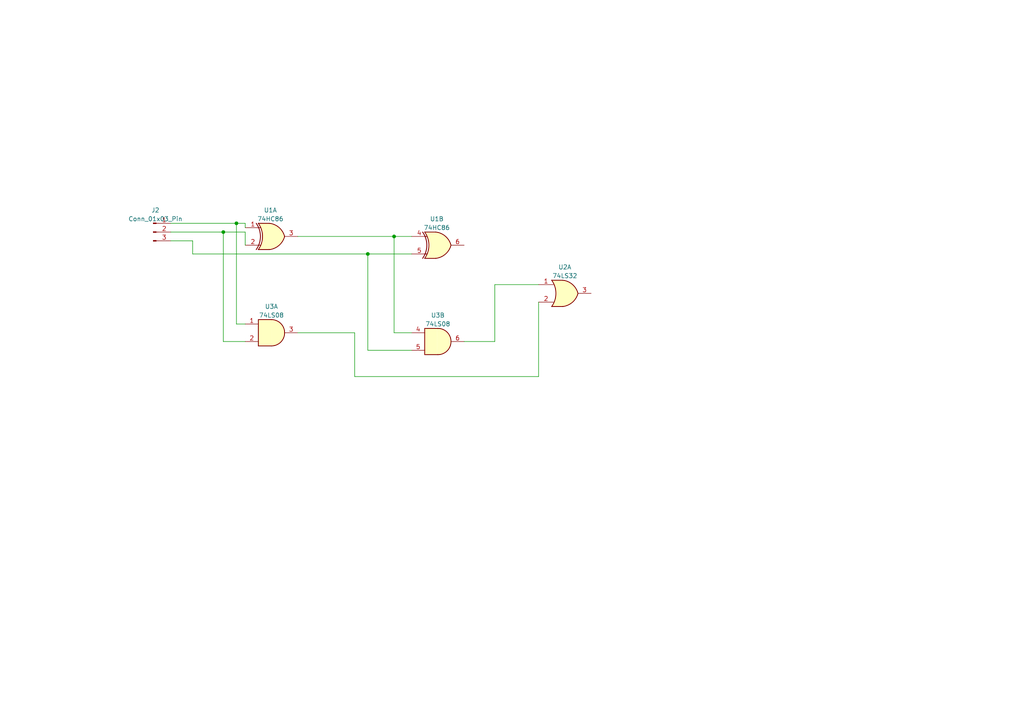
<source format=kicad_sch>
(kicad_sch (version 20230121) (generator eeschema)
  (paper "A4")
  (title_block (title "One Bit Adder") (date "2023-05-10") (rev "1"))
  (lib_symbols
    (symbol "74xx:74HC86" (pin_names (offset 1.016))
      (property "Reference" "U" (at 0 1.27 0))
      (property "Value" "74HC86" (at 0 -1.27 0))
      (symbol "74HC86_1_0"
        (arc (start -4.4196 -3.81) (mid -3.2033 0) (end -4.4196 3.81) (stroke (width 0.254)))
        (arc (start -3.81 -3.81) (mid -2.589 0) (end -3.81 3.81) (stroke (width 0.254)))
        (arc (start -0.6096 -3.81) (mid 2.1842 -2.5851) (end 3.81 0) (stroke (width 0.254)) (fill (type background)))
        (polyline (pts (xy -3.81 -3.81) (xy -0.635 -3.81)) (stroke (width 0.254)) (fill (type background)))
        (polyline (pts (xy -3.81 3.81) (xy -0.635 3.81)) (stroke (width 0.254)) (fill (type background)))
        (polyline (pts (xy -0.635 3.81) (xy -3.81 3.81) (xy -3.81 3.81) (xy -3.556 3.4036) (xy -3.0226 2.2606) (xy -2.6924 1.0414) (xy -2.6162 -0.254) (xy -2.7686 -1.4986) (xy -3.175 -2.7178) (xy -3.81 -3.81) (xy -3.81 -3.81) (xy -0.635 -3.81)) (stroke (width -25.4)) (fill (type background)))
        (arc (start 3.81 0) (mid 2.1915 2.5936) (end -0.6096 3.81) (stroke (width 0.254)) (fill (type background)))
        (pin input line (at -7.62 2.54 0) (length 4.445) (name "~") (number "1"))
        (pin input line (at -7.62 -2.54 0) (length 4.445) (name "~") (number "2"))
        (pin output line (at 7.62 0 180) (length 3.81) (name "~") (number "3"))
      )
      (symbol "74HC86_1_1"
        (polyline (pts (xy -3.81 -2.54) (xy -3.175 -2.54)) (stroke (width 0.1524)))
        (polyline (pts (xy -3.81 2.54) (xy -3.175 2.54)) (stroke (width 0.1524)))
      )
      (symbol "74HC86_2_0"
        (arc (start -4.4196 -3.81) (mid -3.2033 0) (end -4.4196 3.81) (stroke (width 0.254)))
        (arc (start -3.81 -3.81) (mid -2.589 0) (end -3.81 3.81) (stroke (width 0.254)))
        (arc (start -0.6096 -3.81) (mid 2.1842 -2.5851) (end 3.81 0) (stroke (width 0.254)) (fill (type background)))
        (polyline (pts (xy -3.81 -3.81) (xy -0.635 -3.81)) (stroke (width 0.254)) (fill (type background)))
        (polyline (pts (xy -3.81 3.81) (xy -0.635 3.81)) (stroke (width 0.254)) (fill (type background)))
        (polyline (pts (xy -0.635 3.81) (xy -3.81 3.81) (xy -3.81 3.81) (xy -3.556 3.4036) (xy -3.0226 2.2606) (xy -2.6924 1.0414) (xy -2.6162 -0.254) (xy -2.7686 -1.4986) (xy -3.175 -2.7178) (xy -3.81 -3.81) (xy -3.81 -3.81) (xy -0.635 -3.81)) (stroke (width -25.4)) (fill (type background)))
        (arc (start 3.81 0) (mid 2.1915 2.5936) (end -0.6096 3.81) (stroke (width 0.254)) (fill (type background)))
        (pin input line (at -7.62 2.54 0) (length 4.445) (name "~") (number "4"))
        (pin input line (at -7.62 -2.54 0) (length 4.445) (name "~") (number "5"))
        (pin output line (at 7.62 0 180) (length 3.81) (name "~") (number "6"))
      )
      (symbol "74HC86_2_1"
        (polyline (pts (xy -3.81 -2.54) (xy -3.175 -2.54)) (stroke (width 0.1524)))
        (polyline (pts (xy -3.81 2.54) (xy -3.175 2.54)) (stroke (width 0.1524)))
      )
      (symbol "74HC86_3_0"
        (arc (start -4.4196 -3.81) (mid -3.2033 0) (end -4.4196 3.81) (stroke (width 0.254)))
        (arc (start -3.81 -3.81) (mid -2.589 0) (end -3.81 3.81) (stroke (width 0.254)))
        (arc (start -0.6096 -3.81) (mid 2.1842 -2.5851) (end 3.81 0) (stroke (width 0.254)) (fill (type background)))
        (polyline (pts (xy -3.81 -3.81) (xy -0.635 -3.81)) (stroke (width 0.254)) (fill (type background)))
        (polyline (pts (xy -3.81 3.81) (xy -0.635 3.81)) (stroke (width 0.254)) (fill (type background)))
        (polyline (pts (xy -0.635 3.81) (xy -3.81 3.81) (xy -3.81 3.81) (xy -3.556 3.4036) (xy -3.0226 2.2606) (xy -2.6924 1.0414) (xy -2.6162 -0.254) (xy -2.7686 -1.4986) (xy -3.175 -2.7178) (xy -3.81 -3.81) (xy -3.81 -3.81) (xy -0.635 -3.81)) (stroke (width -25.4)) (fill (type background)))
        (arc (start 3.81 0) (mid 2.1915 2.5936) (end -0.6096 3.81) (stroke (width 0.254)) (fill (type background)))
        (pin input line (at -7.62 -2.54 0) (length 4.445) (name "~") (number "10"))
        (pin output line (at 7.62 0 180) (length 3.81) (name "~") (number "8"))
        (pin input line (at -7.62 2.54 0) (length 4.445) (name "~") (number "9"))
      )
      (symbol "74HC86_3_1"
        (polyline (pts (xy -3.81 -2.54) (xy -3.175 -2.54)) (stroke (width 0.1524)))
        (polyline (pts (xy -3.81 2.54) (xy -3.175 2.54)) (stroke (width 0.1524)))
      )
      (symbol "74HC86_4_0"
        (arc (start -4.4196 -3.81) (mid -3.2033 0) (end -4.4196 3.81) (stroke (width 0.254)))
        (arc (start -3.81 -3.81) (mid -2.589 0) (end -3.81 3.81) (stroke (width 0.254)))
        (arc (start -0.6096 -3.81) (mid 2.1842 -2.5851) (end 3.81 0) (stroke (width 0.254)) (fill (type background)))
        (polyline (pts (xy -3.81 -3.81) (xy -0.635 -3.81)) (stroke (width 0.254)) (fill (type background)))
        (polyline (pts (xy -3.81 3.81) (xy -0.635 3.81)) (stroke (width 0.254)) (fill (type background)))
        (polyline (pts (xy -0.635 3.81) (xy -3.81 3.81) (xy -3.81 3.81) (xy -3.556 3.4036) (xy -3.0226 2.2606) (xy -2.6924 1.0414) (xy -2.6162 -0.254) (xy -2.7686 -1.4986) (xy -3.175 -2.7178) (xy -3.81 -3.81) (xy -3.81 -3.81) (xy -0.635 -3.81)) (stroke (width -25.4)) (fill (type background)))
        (arc (start 3.81 0) (mid 2.1915 2.5936) (end -0.6096 3.81) (stroke (width 0.254)) (fill (type background)))
        (pin output line (at 7.62 0 180) (length 3.81) (name "~") (number "11"))
        (pin input line (at -7.62 2.54 0) (length 4.445) (name "~") (number "12"))
        (pin input line (at -7.62 -2.54 0) (length 4.445) (name "~") (number "13"))
      )
      (symbol "74HC86_4_1"
        (polyline (pts (xy -3.81 -2.54) (xy -3.175 -2.54)) (stroke (width 0.1524)))
        (polyline (pts (xy -3.81 2.54) (xy -3.175 2.54)) (stroke (width 0.1524)))
      )
      (symbol "74HC86_5_0"
        (pin power_in line (at 0 12.7 270) (length 5.08) (name "VCC") (number "14"))
        (pin power_in line (at 0 -12.7 90) (length 5.08) (name "GND") (number "7"))
      )
      (symbol "74HC86_5_1"
        (rectangle (start -5.08 7.62) (end 5.08 -7.62) (stroke (width 0.254)) (fill (type background)))
      )
    )
    (symbol "74xx:74LS08" (pin_names (offset 1.016))
      (property "Reference" "U" (at 0 1.27 0))
      (property "Value" "74LS08" (at 0 -1.27 0))
      (symbol "74LS08_1_1"
        (arc (start 0 -3.81) (mid 3.7934 0) (end 0 3.81) (stroke (width 0.254)) (fill (type background)))
        (polyline (pts (xy 0 3.81) (xy -3.81 3.81) (xy -3.81 -3.81) (xy 0 -3.81)) (stroke (width 0.254)) (fill (type background)))
        (pin input line (at -7.62 2.54 0) (length 3.81) (name "~") (number "1"))
        (pin input line (at -7.62 -2.54 0) (length 3.81) (name "~") (number "2"))
        (pin output line (at 7.62 0 180) (length 3.81) (name "~") (number "3"))
      )
      (symbol "74LS08_1_2"
        (arc (start -3.81 -3.81) (mid -2.589 0) (end -3.81 3.81) (stroke (width 0.254)))
        (arc (start -0.6096 -3.81) (mid 2.1842 -2.5851) (end 3.81 0) (stroke (width 0.254)) (fill (type background)))
        (polyline (pts (xy -3.81 -3.81) (xy -0.635 -3.81)) (stroke (width 0.254)) (fill (type background)))
        (polyline (pts (xy -3.81 3.81) (xy -0.635 3.81)) (stroke (width 0.254)) (fill (type background)))
        (polyline (pts (xy -0.635 3.81) (xy -3.81 3.81) (xy -3.81 3.81) (xy -3.556 3.4036) (xy -3.0226 2.2606) (xy -2.6924 1.0414) (xy -2.6162 -0.254) (xy -2.7686 -1.4986) (xy -3.175 -2.7178) (xy -3.81 -3.81) (xy -3.81 -3.81) (xy -0.635 -3.81)) (stroke (width -25.4)) (fill (type background)))
        (arc (start 3.81 0) (mid 2.1915 2.5936) (end -0.6096 3.81) (stroke (width 0.254)) (fill (type background)))
        (pin input inverted (at -7.62 2.54 0) (length 4.318) (name "~") (number "1"))
        (pin input inverted (at -7.62 -2.54 0) (length 4.318) (name "~") (number "2"))
        (pin output inverted (at 7.62 0 180) (length 3.81) (name "~") (number "3"))
      )
      (symbol "74LS08_2_1"
        (arc (start 0 -3.81) (mid 3.7934 0) (end 0 3.81) (stroke (width 0.254)) (fill (type background)))
        (polyline (pts (xy 0 3.81) (xy -3.81 3.81) (xy -3.81 -3.81) (xy 0 -3.81)) (stroke (width 0.254)) (fill (type background)))
        (pin input line (at -7.62 2.54 0) (length 3.81) (name "~") (number "4"))
        (pin input line (at -7.62 -2.54 0) (length 3.81) (name "~") (number "5"))
        (pin output line (at 7.62 0 180) (length 3.81) (name "~") (number "6"))
      )
      (symbol "74LS08_2_2"
        (arc (start -3.81 -3.81) (mid -2.589 0) (end -3.81 3.81) (stroke (width 0.254)))
        (arc (start -0.6096 -3.81) (mid 2.1842 -2.5851) (end 3.81 0) (stroke (width 0.254)) (fill (type background)))
        (polyline (pts (xy -3.81 -3.81) (xy -0.635 -3.81)) (stroke (width 0.254)) (fill (type background)))
        (polyline (pts (xy -3.81 3.81) (xy -0.635 3.81)) (stroke (width 0.254)) (fill (type background)))
        (polyline (pts (xy -0.635 3.81) (xy -3.81 3.81) (xy -3.81 3.81) (xy -3.556 3.4036) (xy -3.0226 2.2606) (xy -2.6924 1.0414) (xy -2.6162 -0.254) (xy -2.7686 -1.4986) (xy -3.175 -2.7178) (xy -3.81 -3.81) (xy -3.81 -3.81) (xy -0.635 -3.81)) (stroke (width -25.4)) (fill (type background)))
        (arc (start 3.81 0) (mid 2.1915 2.5936) (end -0.6096 3.81) (stroke (width 0.254)) (fill (type background)))
        (pin input inverted (at -7.62 2.54 0) (length 4.318) (name "~") (number "4"))
        (pin input inverted (at -7.62 -2.54 0) (length 4.318) (name "~") (number "5"))
        (pin output inverted (at 7.62 0 180) (length 3.81) (name "~") (number "6"))
      )
      (symbol "74LS08_3_1"
        (arc (start 0 -3.81) (mid 3.7934 0) (end 0 3.81) (stroke (width 0.254)) (fill (type background)))
        (polyline (pts (xy 0 3.81) (xy -3.81 3.81) (xy -3.81 -3.81) (xy 0 -3.81)) (stroke (width 0.254)) (fill (type background)))
        (pin input line (at -7.62 -2.54 0) (length 3.81) (name "~") (number "10"))
        (pin output line (at 7.62 0 180) (length 3.81) (name "~") (number "8"))
        (pin input line (at -7.62 2.54 0) (length 3.81) (name "~") (number "9"))
      )
      (symbol "74LS08_3_2"
        (arc (start -3.81 -3.81) (mid -2.589 0) (end -3.81 3.81) (stroke (width 0.254)))
        (arc (start -0.6096 -3.81) (mid 2.1842 -2.5851) (end 3.81 0) (stroke (width 0.254)) (fill (type background)))
        (polyline (pts (xy -3.81 -3.81) (xy -0.635 -3.81)) (stroke (width 0.254)) (fill (type background)))
        (polyline (pts (xy -3.81 3.81) (xy -0.635 3.81)) (stroke (width 0.254)) (fill (type background)))
        (polyline (pts (xy -0.635 3.81) (xy -3.81 3.81) (xy -3.81 3.81) (xy -3.556 3.4036) (xy -3.0226 2.2606) (xy -2.6924 1.0414) (xy -2.6162 -0.254) (xy -2.7686 -1.4986) (xy -3.175 -2.7178) (xy -3.81 -3.81) (xy -3.81 -3.81) (xy -0.635 -3.81)) (stroke (width -25.4)) (fill (type background)))
        (arc (start 3.81 0) (mid 2.1915 2.5936) (end -0.6096 3.81) (stroke (width 0.254)) (fill (type background)))
        (pin input inverted (at -7.62 -2.54 0) (length 4.318) (name "~") (number "10"))
        (pin output inverted (at 7.62 0 180) (length 3.81) (name "~") (number "8"))
        (pin input inverted (at -7.62 2.54 0) (length 4.318) (name "~") (number "9"))
      )
      (symbol "74LS08_4_1"
        (arc (start 0 -3.81) (mid 3.7934 0) (end 0 3.81) (stroke (width 0.254)) (fill (type background)))
        (polyline (pts (xy 0 3.81) (xy -3.81 3.81) (xy -3.81 -3.81) (xy 0 -3.81)) (stroke (width 0.254)) (fill (type background)))
        (pin output line (at 7.62 0 180) (length 3.81) (name "~") (number "11"))
        (pin input line (at -7.62 2.54 0) (length 3.81) (name "~") (number "12"))
        (pin input line (at -7.62 -2.54 0) (length 3.81) (name "~") (number "13"))
      )
      (symbol "74LS08_4_2"
        (arc (start -3.81 -3.81) (mid -2.589 0) (end -3.81 3.81) (stroke (width 0.254)))
        (arc (start -0.6096 -3.81) (mid 2.1842 -2.5851) (end 3.81 0) (stroke (width 0.254)) (fill (type background)))
        (polyline (pts (xy -3.81 -3.81) (xy -0.635 -3.81)) (stroke (width 0.254)) (fill (type background)))
        (polyline (pts (xy -3.81 3.81) (xy -0.635 3.81)) (stroke (width 0.254)) (fill (type background)))
        (polyline (pts (xy -0.635 3.81) (xy -3.81 3.81) (xy -3.81 3.81) (xy -3.556 3.4036) (xy -3.0226 2.2606) (xy -2.6924 1.0414) (xy -2.6162 -0.254) (xy -2.7686 -1.4986) (xy -3.175 -2.7178) (xy -3.81 -3.81) (xy -3.81 -3.81) (xy -0.635 -3.81)) (stroke (width -25.4)) (fill (type background)))
        (arc (start 3.81 0) (mid 2.1915 2.5936) (end -0.6096 3.81) (stroke (width 0.254)) (fill (type background)))
        (pin output inverted (at 7.62 0 180) (length 3.81) (name "~") (number "11"))
        (pin input inverted (at -7.62 2.54 0) (length 4.318) (name "~") (number "12"))
        (pin input inverted (at -7.62 -2.54 0) (length 4.318) (name "~") (number "13"))
      )
      (symbol "74LS08_5_0"
        (pin power_in line (at 0 12.7 270) (length 5.08) (name "VCC") (number "14"))
        (pin power_in line (at 0 -12.7 90) (length 5.08) (name "GND") (number "7"))
      )
      (symbol "74LS08_5_1"
        (rectangle (start -5.08 7.62) (end 5.08 -7.62) (stroke (width 0.254)) (fill (type background)))
      )
    )
    (symbol "74xx:74LS32" (pin_names (offset 1.016))
      (property "Reference" "U" (at 0 1.27 0))
      (property "Value" "74LS32" (at 0 -1.27 0))
      (symbol "74LS32_1_1"
        (arc (start -3.81 -3.81) (mid -2.589 0) (end -3.81 3.81) (stroke (width 0.254)))
        (arc (start -0.6096 -3.81) (mid 2.1842 -2.5851) (end 3.81 0) (stroke (width 0.254)) (fill (type background)))
        (polyline (pts (xy -3.81 -3.81) (xy -0.635 -3.81)) (stroke (width 0.254)) (fill (type background)))
        (polyline (pts (xy -3.81 3.81) (xy -0.635 3.81)) (stroke (width 0.254)) (fill (type background)))
        (polyline (pts (xy -0.635 3.81) (xy -3.81 3.81) (xy -3.81 3.81) (xy -3.556 3.4036) (xy -3.0226 2.2606) (xy -2.6924 1.0414) (xy -2.6162 -0.254) (xy -2.7686 -1.4986) (xy -3.175 -2.7178) (xy -3.81 -3.81) (xy -3.81 -3.81) (xy -0.635 -3.81)) (stroke (width -25.4)) (fill (type background)))
        (arc (start 3.81 0) (mid 2.1915 2.5936) (end -0.6096 3.81) (stroke (width 0.254)) (fill (type background)))
        (pin input line (at -7.62 2.54 0) (length 4.318) (name "~") (number "1"))
        (pin input line (at -7.62 -2.54 0) (length 4.318) (name "~") (number "2"))
        (pin output line (at 7.62 0 180) (length 3.81) (name "~") (number "3"))
      )
      (symbol "74LS32_1_2"
        (arc (start 0 -3.81) (mid 3.7934 0) (end 0 3.81) (stroke (width 0.254)) (fill (type background)))
        (polyline (pts (xy 0 3.81) (xy -3.81 3.81) (xy -3.81 -3.81) (xy 0 -3.81)) (stroke (width 0.254)) (fill (type background)))
        (pin input inverted (at -7.62 2.54 0) (length 3.81) (name "~") (number "1"))
        (pin input inverted (at -7.62 -2.54 0) (length 3.81) (name "~") (number "2"))
        (pin output inverted (at 7.62 0 180) (length 3.81) (name "~") (number "3"))
      )
      (symbol "74LS32_2_1"
        (arc (start -3.81 -3.81) (mid -2.589 0) (end -3.81 3.81) (stroke (width 0.254)))
        (arc (start -0.6096 -3.81) (mid 2.1842 -2.5851) (end 3.81 0) (stroke (width 0.254)) (fill (type background)))
        (polyline (pts (xy -3.81 -3.81) (xy -0.635 -3.81)) (stroke (width 0.254)) (fill (type background)))
        (polyline (pts (xy -3.81 3.81) (xy -0.635 3.81)) (stroke (width 0.254)) (fill (type background)))
        (polyline (pts (xy -0.635 3.81) (xy -3.81 3.81) (xy -3.81 3.81) (xy -3.556 3.4036) (xy -3.0226 2.2606) (xy -2.6924 1.0414) (xy -2.6162 -0.254) (xy -2.7686 -1.4986) (xy -3.175 -2.7178) (xy -3.81 -3.81) (xy -3.81 -3.81) (xy -0.635 -3.81)) (stroke (width -25.4)) (fill (type background)))
        (arc (start 3.81 0) (mid 2.1915 2.5936) (end -0.6096 3.81) (stroke (width 0.254)) (fill (type background)))
        (pin input line (at -7.62 2.54 0) (length 4.318) (name "~") (number "4"))
        (pin input line (at -7.62 -2.54 0) (length 4.318) (name "~") (number "5"))
        (pin output line (at 7.62 0 180) (length 3.81) (name "~") (number "6"))
      )
      (symbol "74LS32_2_2"
        (arc (start 0 -3.81) (mid 3.7934 0) (end 0 3.81) (stroke (width 0.254)) (fill (type background)))
        (polyline (pts (xy 0 3.81) (xy -3.81 3.81) (xy -3.81 -3.81) (xy 0 -3.81)) (stroke (width 0.254)) (fill (type background)))
        (pin input inverted (at -7.62 2.54 0) (length 3.81) (name "~") (number "4"))
        (pin input inverted (at -7.62 -2.54 0) (length 3.81) (name "~") (number "5"))
        (pin output inverted (at 7.62 0 180) (length 3.81) (name "~") (number "6"))
      )
      (symbol "74LS32_3_1"
        (arc (start -3.81 -3.81) (mid -2.589 0) (end -3.81 3.81) (stroke (width 0.254)))
        (arc (start -0.6096 -3.81) (mid 2.1842 -2.5851) (end 3.81 0) (stroke (width 0.254)) (fill (type background)))
        (polyline (pts (xy -3.81 -3.81) (xy -0.635 -3.81)) (stroke (width 0.254)) (fill (type background)))
        (polyline (pts (xy -3.81 3.81) (xy -0.635 3.81)) (stroke (width 0.254)) (fill (type background)))
        (polyline (pts (xy -0.635 3.81) (xy -3.81 3.81) (xy -3.81 3.81) (xy -3.556 3.4036) (xy -3.0226 2.2606) (xy -2.6924 1.0414) (xy -2.6162 -0.254) (xy -2.7686 -1.4986) (xy -3.175 -2.7178) (xy -3.81 -3.81) (xy -3.81 -3.81) (xy -0.635 -3.81)) (stroke (width -25.4)) (fill (type background)))
        (arc (start 3.81 0) (mid 2.1915 2.5936) (end -0.6096 3.81) (stroke (width 0.254)) (fill (type background)))
        (pin input line (at -7.62 -2.54 0) (length 4.318) (name "~") (number "10"))
        (pin output line (at 7.62 0 180) (length 3.81) (name "~") (number "8"))
        (pin input line (at -7.62 2.54 0) (length 4.318) (name "~") (number "9"))
      )
      (symbol "74LS32_3_2"
        (arc (start 0 -3.81) (mid 3.7934 0) (end 0 3.81) (stroke (width 0.254)) (fill (type background)))
        (polyline (pts (xy 0 3.81) (xy -3.81 3.81) (xy -3.81 -3.81) (xy 0 -3.81)) (stroke (width 0.254)) (fill (type background)))
        (pin input inverted (at -7.62 -2.54 0) (length 3.81) (name "~") (number "10"))
        (pin output inverted (at 7.62 0 180) (length 3.81) (name "~") (number "8"))
        (pin input inverted (at -7.62 2.54 0) (length 3.81) (name "~") (number "9"))
      )
      (symbol "74LS32_4_1"
        (arc (start -3.81 -3.81) (mid -2.589 0) (end -3.81 3.81) (stroke (width 0.254)))
        (arc (start -0.6096 -3.81) (mid 2.1842 -2.5851) (end 3.81 0) (stroke (width 0.254)) (fill (type background)))
        (polyline (pts (xy -3.81 -3.81) (xy -0.635 -3.81)) (stroke (width 0.254)) (fill (type background)))
        (polyline (pts (xy -3.81 3.81) (xy -0.635 3.81)) (stroke (width 0.254)) (fill (type background)))
        (polyline (pts (xy -0.635 3.81) (xy -3.81 3.81) (xy -3.81 3.81) (xy -3.556 3.4036) (xy -3.0226 2.2606) (xy -2.6924 1.0414) (xy -2.6162 -0.254) (xy -2.7686 -1.4986) (xy -3.175 -2.7178) (xy -3.81 -3.81) (xy -3.81 -3.81) (xy -0.635 -3.81)) (stroke (width -25.4)) (fill (type background)))
        (arc (start 3.81 0) (mid 2.1915 2.5936) (end -0.6096 3.81) (stroke (width 0.254)) (fill (type background)))
        (pin output line (at 7.62 0 180) (length 3.81) (name "~") (number "11"))
        (pin input line (at -7.62 2.54 0) (length 4.318) (name "~") (number "12"))
        (pin input line (at -7.62 -2.54 0) (length 4.318) (name "~") (number "13"))
      )
      (symbol "74LS32_4_2"
        (arc (start 0 -3.81) (mid 3.7934 0) (end 0 3.81) (stroke (width 0.254)) (fill (type background)))
        (polyline (pts (xy 0 3.81) (xy -3.81 3.81) (xy -3.81 -3.81) (xy 0 -3.81)) (stroke (width 0.254)) (fill (type background)))
        (pin output inverted (at 7.62 0 180) (length 3.81) (name "~") (number "11"))
        (pin input inverted (at -7.62 2.54 0) (length 3.81) (name "~") (number "12"))
        (pin input inverted (at -7.62 -2.54 0) (length 3.81) (name "~") (number "13"))
      )
      (symbol "74LS32_5_0"
        (pin power_in line (at 0 12.7 270) (length 5.08) (name "VCC") (number "14"))
        (pin power_in line (at 0 -12.7 90) (length 5.08) (name "GND") (number "7"))
      )
      (symbol "74LS32_5_1"
        (rectangle (start -5.08 7.62) (end 5.08 -7.62) (stroke (width 0.254)) (fill (type background)))
      )
    )
    (symbol "Connector:Conn_01x03_Pin" (pin_names (offset 1.016) hide)
      (property "Reference" "J" (at 0 5.08 0))
      (property "Value" "Conn_01x03_Pin" (at 0 -5.08 0))
      (symbol "Conn_01x03_Pin_1_1"
        (polyline (pts (xy 1.27 -2.54) (xy 0.8636 -2.54)) (stroke (width 0.1524)))
        (polyline (pts (xy 1.27 0) (xy 0.8636 0)) (stroke (width 0.1524)))
        (polyline (pts (xy 1.27 2.54) (xy 0.8636 2.54)) (stroke (width 0.1524)))
        (rectangle (start 0.8636 -2.413) (end 0 -2.667) (stroke (width 0.1524)) (fill (type outline)))
        (rectangle (start 0.8636 0.127) (end 0 -0.127) (stroke (width 0.1524)) (fill (type outline)))
        (rectangle (start 0.8636 2.667) (end 0 2.413) (stroke (width 0.1524)) (fill (type outline)))
        (pin passive line (at 5.08 2.54 180) (length 3.81) (name "Pin_1") (number "1"))
        (pin passive line (at 5.08 0 180) (length 3.81) (name "Pin_2") (number "2"))
        (pin passive line (at 5.08 -2.54 180) (length 3.81) (name "Pin_3") (number "3"))
      )
    )
  )
  (junction (at 68.58 64.77))
  (junction (at 64.77 67.31))
  (junction (at 114.3 68.58))
  (junction (at 106.68 73.66))
  (wire (pts (xy 143.51 82.55) (xy 156.21 82.55)))
  (wire (pts (xy 106.68 101.6) (xy 119.38 101.6)))
  (wire (pts (xy 64.77 67.31) (xy 71.12 67.31)))
  (wire (pts (xy 106.68 73.66) (xy 119.38 73.66)))
  (wire (pts (xy 49.53 67.31) (xy 64.77 67.31)))
  (wire (pts (xy 71.12 67.31) (xy 71.12 71.12)))
  (wire (pts (xy 64.77 67.31) (xy 64.77 99.06)))
  (wire (pts (xy 114.3 68.58) (xy 119.38 68.58)))
  (wire (pts (xy 143.51 99.06) (xy 143.51 82.55)))
  (wire (pts (xy 114.3 96.52) (xy 119.38 96.52)))
  (wire (pts (xy 68.58 93.98) (xy 71.12 93.98)))
  (wire (pts (xy 49.53 69.85) (xy 55.88 69.85)))
  (wire (pts (xy 106.68 73.66) (xy 106.68 101.6)))
  (wire (pts (xy 102.87 109.22) (xy 156.21 109.22)))
  (wire (pts (xy 114.3 68.58) (xy 114.3 96.52)))
  (wire (pts (xy 49.53 64.77) (xy 68.58 64.77)))
  (wire (pts (xy 134.62 99.06) (xy 143.51 99.06)))
  (wire (pts (xy 68.58 64.77) (xy 68.58 93.98)))
  (wire (pts (xy 156.21 109.22) (xy 156.21 87.63)))
  (wire (pts (xy 68.58 64.77) (xy 71.12 64.77)))
  (wire (pts (xy 55.88 69.85) (xy 55.88 73.66)))
  (wire (pts (xy 102.87 96.52) (xy 102.87 109.22)))
  (wire (pts (xy 86.36 96.52) (xy 102.87 96.52)))
  (wire (pts (xy 64.77 99.06) (xy 71.12 99.06)))
  (wire (pts (xy 71.12 64.77) (xy 71.12 66.04)))
  (wire (pts (xy 86.36 68.58) (xy 114.3 68.58)))
  (wire (pts (xy 55.88 73.66) (xy 106.68 73.66)))
  (symbol (lib_id "74xx:74HC86") (at 78.74 68.58 0) (unit 1)
    (property "Reference" "U1" (at 78.4352 60.96 0))
    (property "Value" "74HC86" (at 78.4352 63.5 0))
    (property "Datasheet" "http://www.ti.com/lit/gpn/sn74HC86" (effects hide))
  )
  (symbol (lib_id "74xx:74HC86") (at 127 71.12 0) (unit 2)
    (property "Reference" "U1" (at 126.6952 63.5 0))
    (property "Value" "74HC86" (at 126.6952 66.04 0))
    (property "Datasheet" "http://www.ti.com/lit/gpn/sn74HC86" (effects hide))
  )
  (symbol (lib_id "Connector:Conn_01x03_Pin") (at 44.45 67.31 0) (unit 1)
    (property "Reference" "J2" (at 45.085 60.96 0))
    (property "Value" "Conn_01x03_Pin" (at 45.085 63.5 0))
  )
  (symbol (lib_id "74xx:74LS32") (at 163.83 85.09 0) (unit 1)
    (property "Reference" "U2" (at 163.83 77.47 0))
    (property "Value" "74LS32" (at 163.83 80.01 0))
    (property "Datasheet" "http://www.ti.com/lit/gpn/sn74LS32" (effects hide))
  )
  (symbol (lib_id "74xx:74LS08") (at 127 99.06 0) (unit 2)
    (property "Reference" "U3" (at 126.9917 91.44 0))
    (property "Value" "74LS08" (at 126.9917 93.98 0))
    (property "Datasheet" "http://www.ti.com/lit/gpn/sn74LS08" (effects hide))
  )
  (symbol (lib_id "74xx:74LS08") (at 78.74 96.52 0) (unit 1)
    (property "Reference" "U3" (at 78.7317 88.9 0))
    (property "Value" "74LS08" (at 78.7317 91.44 0))
    (property "Datasheet" "http://www.ti.com/lit/gpn/sn74LS08" (effects hide))
  )
)
</source>
